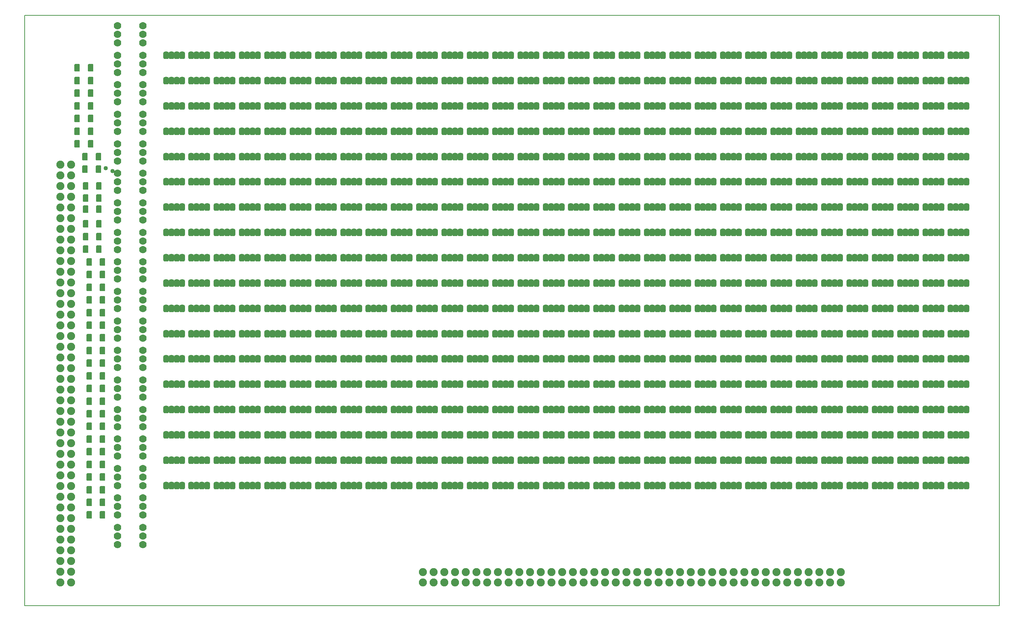
<source format=gbr>
G04 PROTEUS GERBER X2 FILE*
%TF.GenerationSoftware,Labcenter,Proteus,8.6-SP2-Build23525*%
%TF.CreationDate,2023-01-18T21:31:38+00:00*%
%TF.FileFunction,Soldermask,Bot*%
%TF.FilePolarity,Negative*%
%TF.Part,Single*%
%FSLAX45Y45*%
%MOMM*%
G01*
%TA.AperFunction,Material*%
%ADD71C,1.016000*%
%AMPPAD012*
4,1,36,
-0.228600,0.889000,
0.228600,0.889000,
0.316890,0.880410,
0.398530,0.855690,
0.471960,0.816420,
0.535580,0.764180,
0.587820,0.700560,
0.627090,0.627130,
0.651810,0.545490,
0.660400,0.457200,
0.660400,-0.457200,
0.651810,-0.545490,
0.627090,-0.627130,
0.587820,-0.700560,
0.535580,-0.764180,
0.471960,-0.816420,
0.398530,-0.855690,
0.316890,-0.880410,
0.228600,-0.889000,
-0.228600,-0.889000,
-0.316890,-0.880410,
-0.398530,-0.855690,
-0.471960,-0.816420,
-0.535580,-0.764180,
-0.587820,-0.700560,
-0.627090,-0.627130,
-0.651810,-0.545490,
-0.660400,-0.457200,
-0.660400,0.457200,
-0.651810,0.545490,
-0.627090,0.627130,
-0.587820,0.700560,
-0.535580,0.764180,
-0.471960,0.816420,
-0.398530,0.855690,
-0.316890,0.880410,
-0.228600,0.889000,
0*%
%TA.AperFunction,Material*%
%ADD20PPAD012*%
%TA.AperFunction,Material*%
%ADD21C,1.905000*%
%TA.AperFunction,Material*%
%ADD22C,1.778000*%
%AMPPAD015*
4,1,36,
-0.508000,-0.889000,
0.508000,-0.889000,
0.533970,-0.886470,
0.557980,-0.879200,
0.579580,-0.867650,
0.598290,-0.852290,
0.613650,-0.833570,
0.625200,-0.811980,
0.632470,-0.787970,
0.635000,-0.762000,
0.635000,0.762000,
0.632470,0.787970,
0.625200,0.811980,
0.613650,0.833570,
0.598290,0.852290,
0.579580,0.867650,
0.557980,0.879200,
0.533970,0.886470,
0.508000,0.889000,
-0.508000,0.889000,
-0.533970,0.886470,
-0.557980,0.879200,
-0.579580,0.867650,
-0.598290,0.852290,
-0.613650,0.833570,
-0.625200,0.811980,
-0.632470,0.787970,
-0.635000,0.762000,
-0.635000,-0.762000,
-0.632470,-0.787970,
-0.625200,-0.811980,
-0.613650,-0.833570,
-0.598290,-0.852290,
-0.579580,-0.867650,
-0.557980,-0.879200,
-0.533970,-0.886470,
-0.508000,-0.889000,
0*%
%TA.AperFunction,Material*%
%ADD23PPAD015*%
%TA.AperFunction,Profile*%
%ADD16C,0.203200*%
%TD.AperFunction*%
D71*
X-9182923Y+3172982D03*
X-9022977Y+3107023D03*
D20*
X-7755252Y+5850000D03*
X-7628252Y+5850000D03*
X-7501252Y+5850000D03*
X-7374252Y+5850000D03*
X-7155252Y+5850000D03*
X-7028252Y+5850000D03*
X-6901252Y+5850000D03*
X-6774252Y+5850000D03*
X-6555252Y+5850000D03*
X-6428252Y+5850000D03*
X-6301252Y+5850000D03*
X-6174252Y+5850000D03*
X-5955252Y+5850000D03*
X-5828252Y+5850000D03*
X-5701252Y+5850000D03*
X-5574252Y+5850000D03*
X-5355252Y+5850000D03*
X-5228252Y+5850000D03*
X-5101252Y+5850000D03*
X-4974252Y+5850000D03*
X-4755252Y+5850000D03*
X-4628252Y+5850000D03*
X-4501252Y+5850000D03*
X-4374252Y+5850000D03*
X-4155252Y+5850000D03*
X-4028252Y+5850000D03*
X-3901252Y+5850000D03*
X-3774252Y+5850000D03*
X-3555252Y+5850000D03*
X-3428252Y+5850000D03*
X-3301252Y+5850000D03*
X-3174252Y+5850000D03*
X-2955252Y+5850000D03*
X-2828252Y+5850000D03*
X-2701252Y+5850000D03*
X-2574252Y+5850000D03*
X-2355252Y+5850000D03*
X-2228252Y+5850000D03*
X-2101252Y+5850000D03*
X-1974252Y+5850000D03*
X-1755252Y+5850000D03*
X-1628252Y+5850000D03*
X-1501252Y+5850000D03*
X-1374252Y+5850000D03*
X-1155252Y+5850000D03*
X-1028252Y+5850000D03*
X-901252Y+5850000D03*
X-774252Y+5850000D03*
X-555252Y+5850000D03*
X-428252Y+5850000D03*
X-301252Y+5850000D03*
X-174252Y+5850000D03*
X+44748Y+5850000D03*
X+171748Y+5850000D03*
X+298748Y+5850000D03*
X+425748Y+5850000D03*
X+644748Y+5850000D03*
X+771748Y+5850000D03*
X+898748Y+5850000D03*
X+1025748Y+5850000D03*
X+1244748Y+5850000D03*
X+1371748Y+5850000D03*
X+1498748Y+5850000D03*
X+1625748Y+5850000D03*
X+1844748Y+5850000D03*
X+1971748Y+5850000D03*
X+2098748Y+5850000D03*
X+2225748Y+5850000D03*
X+2444748Y+5850000D03*
X+2571748Y+5850000D03*
X+2698748Y+5850000D03*
X+2825748Y+5850000D03*
X+3044748Y+5850000D03*
X+3171748Y+5850000D03*
X+3298748Y+5850000D03*
X+3425748Y+5850000D03*
X+3644748Y+5850000D03*
X+3771748Y+5850000D03*
X+3898748Y+5850000D03*
X+4025748Y+5850000D03*
X+4244748Y+5850000D03*
X+4371748Y+5850000D03*
X+4498748Y+5850000D03*
X+4625748Y+5850000D03*
X+4844748Y+5850000D03*
X+4971748Y+5850000D03*
X+5098748Y+5850000D03*
X+5225748Y+5850000D03*
X+5444748Y+5850000D03*
X+5571748Y+5850000D03*
X+5698748Y+5850000D03*
X+5825748Y+5850000D03*
X+6044748Y+5850000D03*
X+6171748Y+5850000D03*
X+6298748Y+5850000D03*
X+6425748Y+5850000D03*
X+6644748Y+5850000D03*
X+6771748Y+5850000D03*
X+6898748Y+5850000D03*
X+7025748Y+5850000D03*
X+7244748Y+5850000D03*
X+7371748Y+5850000D03*
X+7498748Y+5850000D03*
X+7625748Y+5850000D03*
X+7844748Y+5850000D03*
X+7971748Y+5850000D03*
X+8098748Y+5850000D03*
X+8225748Y+5850000D03*
X+8444748Y+5850000D03*
X+8571748Y+5850000D03*
X+8698748Y+5850000D03*
X+8825748Y+5850000D03*
X+9044748Y+5850000D03*
X+9171748Y+5850000D03*
X+9298748Y+5850000D03*
X+9425748Y+5850000D03*
X+9644748Y+5850000D03*
X+9771748Y+5850000D03*
X+9898748Y+5850000D03*
X+10025748Y+5850000D03*
X+10244748Y+5850000D03*
X+10371748Y+5850000D03*
X+10498748Y+5850000D03*
X+10625748Y+5850000D03*
X+10844748Y+5850000D03*
X+10971748Y+5850000D03*
X+11098748Y+5850000D03*
X+11225748Y+5850000D03*
X-7755252Y+5250000D03*
X-7628252Y+5250000D03*
X-7501252Y+5250000D03*
X-7374252Y+5250000D03*
X-7155252Y+5250000D03*
X-7028252Y+5250000D03*
X-6901252Y+5250000D03*
X-6774252Y+5250000D03*
X-6555252Y+5250000D03*
X-6428252Y+5250000D03*
X-6301252Y+5250000D03*
X-6174252Y+5250000D03*
X-5955252Y+5250000D03*
X-5828252Y+5250000D03*
X-5701252Y+5250000D03*
X-5574252Y+5250000D03*
X-5355252Y+5250000D03*
X-5228252Y+5250000D03*
X-5101252Y+5250000D03*
X-4974252Y+5250000D03*
X-4755252Y+5250000D03*
X-4628252Y+5250000D03*
X-4501252Y+5250000D03*
X-4374252Y+5250000D03*
X-4155252Y+5250000D03*
X-4028252Y+5250000D03*
X-3901252Y+5250000D03*
X-3774252Y+5250000D03*
X-3555252Y+5250000D03*
X-3428252Y+5250000D03*
X-3301252Y+5250000D03*
X-3174252Y+5250000D03*
X-2955252Y+5250000D03*
X-2828252Y+5250000D03*
X-2701252Y+5250000D03*
X-2574252Y+5250000D03*
X-2355252Y+5250000D03*
X-2228252Y+5250000D03*
X-2101252Y+5250000D03*
X-1974252Y+5250000D03*
X-1755252Y+5250000D03*
X-1628252Y+5250000D03*
X-1501252Y+5250000D03*
X-1374252Y+5250000D03*
X-1155252Y+5250000D03*
X-1028252Y+5250000D03*
X-901252Y+5250000D03*
X-774252Y+5250000D03*
X-555252Y+5250000D03*
X-428252Y+5250000D03*
X-301252Y+5250000D03*
X-174252Y+5250000D03*
X+44748Y+5250000D03*
X+171748Y+5250000D03*
X+298748Y+5250000D03*
X+425748Y+5250000D03*
X+644748Y+5250000D03*
X+771748Y+5250000D03*
X+898748Y+5250000D03*
X+1025748Y+5250000D03*
X+1244748Y+5250000D03*
X+1371748Y+5250000D03*
X+1498748Y+5250000D03*
X+1625748Y+5250000D03*
X+1844748Y+5250000D03*
X+1971748Y+5250000D03*
X+2098748Y+5250000D03*
X+2225748Y+5250000D03*
X+2444748Y+5250000D03*
X+2571748Y+5250000D03*
X+2698748Y+5250000D03*
X+2825748Y+5250000D03*
X+3044748Y+5250000D03*
X+3171748Y+5250000D03*
X+3298748Y+5250000D03*
X+3425748Y+5250000D03*
X+3644748Y+5250000D03*
X+3771748Y+5250000D03*
X+3898748Y+5250000D03*
X+4025748Y+5250000D03*
X+4244748Y+5250000D03*
X+4371748Y+5250000D03*
X+4498748Y+5250000D03*
X+4625748Y+5250000D03*
X+4844748Y+5250000D03*
X+4971748Y+5250000D03*
X+5098748Y+5250000D03*
X+5225748Y+5250000D03*
X+5444748Y+5250000D03*
X+5571748Y+5250000D03*
X+5698748Y+5250000D03*
X+5825748Y+5250000D03*
X+6044748Y+5250000D03*
X+6171748Y+5250000D03*
X+6298748Y+5250000D03*
X+6425748Y+5250000D03*
X+6644748Y+5250000D03*
X+6771748Y+5250000D03*
X+6898748Y+5250000D03*
X+7025748Y+5250000D03*
X+7244748Y+5250000D03*
X+7371748Y+5250000D03*
X+7498748Y+5250000D03*
X+7625748Y+5250000D03*
X+7844748Y+5250000D03*
X+7971748Y+5250000D03*
X+8098748Y+5250000D03*
X+8225748Y+5250000D03*
X+8444748Y+5250000D03*
X+8571748Y+5250000D03*
X+8698748Y+5250000D03*
X+8825748Y+5250000D03*
X+9044748Y+5250000D03*
X+9171748Y+5250000D03*
X+9298748Y+5250000D03*
X+9425748Y+5250000D03*
X+9644748Y+5250000D03*
X+9771748Y+5250000D03*
X+9898748Y+5250000D03*
X+10025748Y+5250000D03*
X+10244748Y+5250000D03*
X+10371748Y+5250000D03*
X+10498748Y+5250000D03*
X+10625748Y+5250000D03*
X+10844748Y+5250000D03*
X+10971748Y+5250000D03*
X+11098748Y+5250000D03*
X+11225748Y+5250000D03*
X-7755252Y+4650000D03*
X-7628252Y+4650000D03*
X-7501252Y+4650000D03*
X-7374252Y+4650000D03*
X-7155252Y+4650000D03*
X-7028252Y+4650000D03*
X-6901252Y+4650000D03*
X-6774252Y+4650000D03*
X-6555252Y+4650000D03*
X-6428252Y+4650000D03*
X-6301252Y+4650000D03*
X-6174252Y+4650000D03*
X-5955252Y+4650000D03*
X-5828252Y+4650000D03*
X-5701252Y+4650000D03*
X-5574252Y+4650000D03*
X-5355252Y+4650000D03*
X-5228252Y+4650000D03*
X-5101252Y+4650000D03*
X-4974252Y+4650000D03*
X-4755252Y+4650000D03*
X-4628252Y+4650000D03*
X-4501252Y+4650000D03*
X-4374252Y+4650000D03*
X-4155252Y+4650000D03*
X-4028252Y+4650000D03*
X-3901252Y+4650000D03*
X-3774252Y+4650000D03*
X-3555252Y+4650000D03*
X-3428252Y+4650000D03*
X-3301252Y+4650000D03*
X-3174252Y+4650000D03*
X-2955252Y+4650000D03*
X-2828252Y+4650000D03*
X-2701252Y+4650000D03*
X-2574252Y+4650000D03*
X-2355252Y+4650000D03*
X-2228252Y+4650000D03*
X-2101252Y+4650000D03*
X-1974252Y+4650000D03*
X-1755252Y+4650000D03*
X-1628252Y+4650000D03*
X-1501252Y+4650000D03*
X-1374252Y+4650000D03*
X-1155252Y+4650000D03*
X-1028252Y+4650000D03*
X-901252Y+4650000D03*
X-774252Y+4650000D03*
X-555252Y+4650000D03*
X-428252Y+4650000D03*
X-301252Y+4650000D03*
X-174252Y+4650000D03*
X+44748Y+4650000D03*
X+171748Y+4650000D03*
X+298748Y+4650000D03*
X+425748Y+4650000D03*
X+644748Y+4650000D03*
X+771748Y+4650000D03*
X+898748Y+4650000D03*
X+1025748Y+4650000D03*
X+1244748Y+4650000D03*
X+1371748Y+4650000D03*
X+1498748Y+4650000D03*
X+1625748Y+4650000D03*
X+1844748Y+4650000D03*
X+1971748Y+4650000D03*
X+2098748Y+4650000D03*
X+2225748Y+4650000D03*
X+2444748Y+4650000D03*
X+2571748Y+4650000D03*
X+2698748Y+4650000D03*
X+2825748Y+4650000D03*
X+3044748Y+4650000D03*
X+3171748Y+4650000D03*
X+3298748Y+4650000D03*
X+3425748Y+4650000D03*
X+3644748Y+4650000D03*
X+3771748Y+4650000D03*
X+3898748Y+4650000D03*
X+4025748Y+4650000D03*
X+4244748Y+4650000D03*
X+4371748Y+4650000D03*
X+4498748Y+4650000D03*
X+4625748Y+4650000D03*
X+4844748Y+4650000D03*
X+4971748Y+4650000D03*
X+5098748Y+4650000D03*
X+5225748Y+4650000D03*
X+5444748Y+4650000D03*
X+5571748Y+4650000D03*
X+5698748Y+4650000D03*
X+5825748Y+4650000D03*
X+6044748Y+4650000D03*
X+6171748Y+4650000D03*
X+6298748Y+4650000D03*
X+6425748Y+4650000D03*
X+6644748Y+4650000D03*
X+6771748Y+4650000D03*
X+6898748Y+4650000D03*
X+7025748Y+4650000D03*
X+7244748Y+4650000D03*
X+7371748Y+4650000D03*
X+7498748Y+4650000D03*
X+7625748Y+4650000D03*
X+7844748Y+4650000D03*
X+7971748Y+4650000D03*
X+8098748Y+4650000D03*
X+8225748Y+4650000D03*
X+8444748Y+4650000D03*
X+8571748Y+4650000D03*
X+8698748Y+4650000D03*
X+8825748Y+4650000D03*
X+9044748Y+4650000D03*
X+9171748Y+4650000D03*
X+9298748Y+4650000D03*
X+9425748Y+4650000D03*
X+9644748Y+4650000D03*
X+9771748Y+4650000D03*
X+9898748Y+4650000D03*
X+10025748Y+4650000D03*
X+10244748Y+4650000D03*
X+10371748Y+4650000D03*
X+10498748Y+4650000D03*
X+10625748Y+4650000D03*
X+10844748Y+4650000D03*
X+10971748Y+4650000D03*
X+11098748Y+4650000D03*
X+11225748Y+4650000D03*
X-7755252Y+4050000D03*
X-7628252Y+4050000D03*
X-7501252Y+4050000D03*
X-7374252Y+4050000D03*
X-7155252Y+4050000D03*
X-7028252Y+4050000D03*
X-6901252Y+4050000D03*
X-6774252Y+4050000D03*
X-6555252Y+4050000D03*
X-6428252Y+4050000D03*
X-6301252Y+4050000D03*
X-6174252Y+4050000D03*
X-5955252Y+4050000D03*
X-5828252Y+4050000D03*
X-5701252Y+4050000D03*
X-5574252Y+4050000D03*
X-5355252Y+4050000D03*
X-5228252Y+4050000D03*
X-5101252Y+4050000D03*
X-4974252Y+4050000D03*
X-4755252Y+4050000D03*
X-4628252Y+4050000D03*
X-4501252Y+4050000D03*
X-4374252Y+4050000D03*
X-4155252Y+4050000D03*
X-4028252Y+4050000D03*
X-3901252Y+4050000D03*
X-3774252Y+4050000D03*
X-3555252Y+4050000D03*
X-3428252Y+4050000D03*
X-3301252Y+4050000D03*
X-3174252Y+4050000D03*
X-2955252Y+4050000D03*
X-2828252Y+4050000D03*
X-2701252Y+4050000D03*
X-2574252Y+4050000D03*
X-2355252Y+4050000D03*
X-2228252Y+4050000D03*
X-2101252Y+4050000D03*
X-1974252Y+4050000D03*
X-1755252Y+4050000D03*
X-1628252Y+4050000D03*
X-1501252Y+4050000D03*
X-1374252Y+4050000D03*
X-1155252Y+4050000D03*
X-1028252Y+4050000D03*
X-901252Y+4050000D03*
X-774252Y+4050000D03*
X-555252Y+4050000D03*
X-428252Y+4050000D03*
X-301252Y+4050000D03*
X-174252Y+4050000D03*
X+44748Y+4050000D03*
X+171748Y+4050000D03*
X+298748Y+4050000D03*
X+425748Y+4050000D03*
X+644748Y+4050000D03*
X+771748Y+4050000D03*
X+898748Y+4050000D03*
X+1025748Y+4050000D03*
X+1244748Y+4050000D03*
X+1371748Y+4050000D03*
X+1498748Y+4050000D03*
X+1625748Y+4050000D03*
X+1844748Y+4050000D03*
X+1971748Y+4050000D03*
X+2098748Y+4050000D03*
X+2225748Y+4050000D03*
X+2444748Y+4050000D03*
X+2571748Y+4050000D03*
X+2698748Y+4050000D03*
X+2825748Y+4050000D03*
X+3044748Y+4050000D03*
X+3171748Y+4050000D03*
X+3298748Y+4050000D03*
X+3425748Y+4050000D03*
X+3644748Y+4050000D03*
X+3771748Y+4050000D03*
X+3898748Y+4050000D03*
X+4025748Y+4050000D03*
X+4244748Y+4050000D03*
X+4371748Y+4050000D03*
X+4498748Y+4050000D03*
X+4625748Y+4050000D03*
X+4844748Y+4050000D03*
X+4971748Y+4050000D03*
X+5098748Y+4050000D03*
X+5225748Y+4050000D03*
X+5444748Y+4050000D03*
X+5571748Y+4050000D03*
X+5698748Y+4050000D03*
X+5825748Y+4050000D03*
X+6044748Y+4050000D03*
X+6171748Y+4050000D03*
X+6298748Y+4050000D03*
X+6425748Y+4050000D03*
X+6644748Y+4050000D03*
X+6771748Y+4050000D03*
X+6898748Y+4050000D03*
X+7025748Y+4050000D03*
X+7244748Y+4050000D03*
X+7371748Y+4050000D03*
X+7498748Y+4050000D03*
X+7625748Y+4050000D03*
X+7844748Y+4050000D03*
X+7971748Y+4050000D03*
X+8098748Y+4050000D03*
X+8225748Y+4050000D03*
X+8444748Y+4050000D03*
X+8571748Y+4050000D03*
X+8698748Y+4050000D03*
X+8825748Y+4050000D03*
X+9044748Y+4050000D03*
X+9171748Y+4050000D03*
X+9298748Y+4050000D03*
X+9425748Y+4050000D03*
X+9644748Y+4050000D03*
X+9771748Y+4050000D03*
X+9898748Y+4050000D03*
X+10025748Y+4050000D03*
X+10244748Y+4050000D03*
X+10371748Y+4050000D03*
X+10498748Y+4050000D03*
X+10625748Y+4050000D03*
X+10844748Y+4050000D03*
X+10971748Y+4050000D03*
X+11098748Y+4050000D03*
X+11225748Y+4050000D03*
X-7755252Y+3450000D03*
X-7628252Y+3450000D03*
X-7501252Y+3450000D03*
X-7374252Y+3450000D03*
X-7155252Y+3450000D03*
X-7028252Y+3450000D03*
X-6901252Y+3450000D03*
X-6774252Y+3450000D03*
X-6555252Y+3450000D03*
X-6428252Y+3450000D03*
X-6301252Y+3450000D03*
X-6174252Y+3450000D03*
X-5955252Y+3450000D03*
X-5828252Y+3450000D03*
X-5701252Y+3450000D03*
X-5574252Y+3450000D03*
X-5355252Y+3450000D03*
X-5228252Y+3450000D03*
X-5101252Y+3450000D03*
X-4974252Y+3450000D03*
X-4755252Y+3450000D03*
X-4628252Y+3450000D03*
X-4501252Y+3450000D03*
X-4374252Y+3450000D03*
X-4155252Y+3450000D03*
X-4028252Y+3450000D03*
X-3901252Y+3450000D03*
X-3774252Y+3450000D03*
X-3555252Y+3450000D03*
X-3428252Y+3450000D03*
X-3301252Y+3450000D03*
X-3174252Y+3450000D03*
X-2955252Y+3450000D03*
X-2828252Y+3450000D03*
X-2701252Y+3450000D03*
X-2574252Y+3450000D03*
X-2355252Y+3450000D03*
X-2228252Y+3450000D03*
X-2101252Y+3450000D03*
X-1974252Y+3450000D03*
X-1755252Y+3450000D03*
X-1628252Y+3450000D03*
X-1501252Y+3450000D03*
X-1374252Y+3450000D03*
X-1155252Y+3450000D03*
X-1028252Y+3450000D03*
X-901252Y+3450000D03*
X-774252Y+3450000D03*
X-555252Y+3450000D03*
X-428252Y+3450000D03*
X-301252Y+3450000D03*
X-174252Y+3450000D03*
X+44748Y+3450000D03*
X+171748Y+3450000D03*
X+298748Y+3450000D03*
X+425748Y+3450000D03*
X+644748Y+3450000D03*
X+771748Y+3450000D03*
X+898748Y+3450000D03*
X+1025748Y+3450000D03*
X+1244748Y+3450000D03*
X+1371748Y+3450000D03*
X+1498748Y+3450000D03*
X+1625748Y+3450000D03*
X+1844748Y+3450000D03*
X+1971748Y+3450000D03*
X+2098748Y+3450000D03*
X+2225748Y+3450000D03*
X+2444748Y+3450000D03*
X+2571748Y+3450000D03*
X+2698748Y+3450000D03*
X+2825748Y+3450000D03*
X+3044748Y+3450000D03*
X+3171748Y+3450000D03*
X+3298748Y+3450000D03*
X+3425748Y+3450000D03*
X+3644748Y+3450000D03*
X+3771748Y+3450000D03*
X+3898748Y+3450000D03*
X+4025748Y+3450000D03*
X+4244748Y+3450000D03*
X+4371748Y+3450000D03*
X+4498748Y+3450000D03*
X+4625748Y+3450000D03*
X+4844748Y+3450000D03*
X+4971748Y+3450000D03*
X+5098748Y+3450000D03*
X+5225748Y+3450000D03*
X+5444748Y+3450000D03*
X+5571748Y+3450000D03*
X+5698748Y+3450000D03*
X+5825748Y+3450000D03*
X+6044748Y+3450000D03*
X+6171748Y+3450000D03*
X+6298748Y+3450000D03*
X+6425748Y+3450000D03*
X+6644748Y+3450000D03*
X+6771748Y+3450000D03*
X+6898748Y+3450000D03*
X+7025748Y+3450000D03*
X+7244748Y+3450000D03*
X+7371748Y+3450000D03*
X+7498748Y+3450000D03*
X+7625748Y+3450000D03*
X+7844748Y+3450000D03*
X+7971748Y+3450000D03*
X+8098748Y+3450000D03*
X+8225748Y+3450000D03*
X+8444748Y+3450000D03*
X+8571748Y+3450000D03*
X+8698748Y+3450000D03*
X+8825748Y+3450000D03*
X+9044748Y+3450000D03*
X+9171748Y+3450000D03*
X+9298748Y+3450000D03*
X+9425748Y+3450000D03*
X+9644748Y+3450000D03*
X+9771748Y+3450000D03*
X+9898748Y+3450000D03*
X+10025748Y+3450000D03*
X+10244748Y+3450000D03*
X+10371748Y+3450000D03*
X+10498748Y+3450000D03*
X+10625748Y+3450000D03*
X+10844748Y+3450000D03*
X+10971748Y+3450000D03*
X+11098748Y+3450000D03*
X+11225748Y+3450000D03*
X-7755252Y+2850000D03*
X-7628252Y+2850000D03*
X-7501252Y+2850000D03*
X-7374252Y+2850000D03*
X-7155252Y+2850000D03*
X-7028252Y+2850000D03*
X-6901252Y+2850000D03*
X-6774252Y+2850000D03*
X-6555252Y+2850000D03*
X-6428252Y+2850000D03*
X-6301252Y+2850000D03*
X-6174252Y+2850000D03*
X-5955252Y+2850000D03*
X-5828252Y+2850000D03*
X-5701252Y+2850000D03*
X-5574252Y+2850000D03*
X-5355252Y+2850000D03*
X-5228252Y+2850000D03*
X-5101252Y+2850000D03*
X-4974252Y+2850000D03*
X-4755252Y+2850000D03*
X-4628252Y+2850000D03*
X-4501252Y+2850000D03*
X-4374252Y+2850000D03*
X-4155252Y+2850000D03*
X-4028252Y+2850000D03*
X-3901252Y+2850000D03*
X-3774252Y+2850000D03*
X-3555252Y+2850000D03*
X-3428252Y+2850000D03*
X-3301252Y+2850000D03*
X-3174252Y+2850000D03*
X-2955252Y+2850000D03*
X-2828252Y+2850000D03*
X-2701252Y+2850000D03*
X-2574252Y+2850000D03*
X-2355252Y+2850000D03*
X-2228252Y+2850000D03*
X-2101252Y+2850000D03*
X-1974252Y+2850000D03*
X-1755252Y+2850000D03*
X-1628252Y+2850000D03*
X-1501252Y+2850000D03*
X-1374252Y+2850000D03*
X-1155252Y+2850000D03*
X-1028252Y+2850000D03*
X-901252Y+2850000D03*
X-774252Y+2850000D03*
X-555252Y+2850000D03*
X-428252Y+2850000D03*
X-301252Y+2850000D03*
X-174252Y+2850000D03*
X+44748Y+2850000D03*
X+171748Y+2850000D03*
X+298748Y+2850000D03*
X+425748Y+2850000D03*
X+644748Y+2850000D03*
X+771748Y+2850000D03*
X+898748Y+2850000D03*
X+1025748Y+2850000D03*
X+1244748Y+2850000D03*
X+1371748Y+2850000D03*
X+1498748Y+2850000D03*
X+1625748Y+2850000D03*
X+1844748Y+2850000D03*
X+1971748Y+2850000D03*
X+2098748Y+2850000D03*
X+2225748Y+2850000D03*
X+2444748Y+2850000D03*
X+2571748Y+2850000D03*
X+2698748Y+2850000D03*
X+2825748Y+2850000D03*
X+3044748Y+2850000D03*
X+3171748Y+2850000D03*
X+3298748Y+2850000D03*
X+3425748Y+2850000D03*
X+3644748Y+2850000D03*
X+3771748Y+2850000D03*
X+3898748Y+2850000D03*
X+4025748Y+2850000D03*
X+4244748Y+2850000D03*
X+4371748Y+2850000D03*
X+4498748Y+2850000D03*
X+4625748Y+2850000D03*
X+4844748Y+2850000D03*
X+4971748Y+2850000D03*
X+5098748Y+2850000D03*
X+5225748Y+2850000D03*
X+5444748Y+2850000D03*
X+5571748Y+2850000D03*
X+5698748Y+2850000D03*
X+5825748Y+2850000D03*
X+6044748Y+2850000D03*
X+6171748Y+2850000D03*
X+6298748Y+2850000D03*
X+6425748Y+2850000D03*
X+6644748Y+2850000D03*
X+6771748Y+2850000D03*
X+6898748Y+2850000D03*
X+7025748Y+2850000D03*
X+7244748Y+2850000D03*
X+7371748Y+2850000D03*
X+7498748Y+2850000D03*
X+7625748Y+2850000D03*
X+7844748Y+2850000D03*
X+7971748Y+2850000D03*
X+8098748Y+2850000D03*
X+8225748Y+2850000D03*
X+8444748Y+2850000D03*
X+8571748Y+2850000D03*
X+8698748Y+2850000D03*
X+8825748Y+2850000D03*
X+9044748Y+2850000D03*
X+9171748Y+2850000D03*
X+9298748Y+2850000D03*
X+9425748Y+2850000D03*
X+9644748Y+2850000D03*
X+9771748Y+2850000D03*
X+9898748Y+2850000D03*
X+10025748Y+2850000D03*
X+10244748Y+2850000D03*
X+10371748Y+2850000D03*
X+10498748Y+2850000D03*
X+10625748Y+2850000D03*
X+10844748Y+2850000D03*
X+10971748Y+2850000D03*
X+11098748Y+2850000D03*
X+11225748Y+2850000D03*
X-7755252Y+2250000D03*
X-7628252Y+2250000D03*
X-7501252Y+2250000D03*
X-7374252Y+2250000D03*
X-7155252Y+2250000D03*
X-7028252Y+2250000D03*
X-6901252Y+2250000D03*
X-6774252Y+2250000D03*
X-6555252Y+2250000D03*
X-6428252Y+2250000D03*
X-6301252Y+2250000D03*
X-6174252Y+2250000D03*
X-5955252Y+2250000D03*
X-5828252Y+2250000D03*
X-5701252Y+2250000D03*
X-5574252Y+2250000D03*
X-5355252Y+2250000D03*
X-5228252Y+2250000D03*
X-5101252Y+2250000D03*
X-4974252Y+2250000D03*
X-4755252Y+2250000D03*
X-4628252Y+2250000D03*
X-4501252Y+2250000D03*
X-4374252Y+2250000D03*
X-4155252Y+2250000D03*
X-4028252Y+2250000D03*
X-3901252Y+2250000D03*
X-3774252Y+2250000D03*
X-3555252Y+2250000D03*
X-3428252Y+2250000D03*
X-3301252Y+2250000D03*
X-3174252Y+2250000D03*
X-2955252Y+2250000D03*
X-2828252Y+2250000D03*
X-2701252Y+2250000D03*
X-2574252Y+2250000D03*
X-2355252Y+2250000D03*
X-2228252Y+2250000D03*
X-2101252Y+2250000D03*
X-1974252Y+2250000D03*
X-1755252Y+2250000D03*
X-1628252Y+2250000D03*
X-1501252Y+2250000D03*
X-1374252Y+2250000D03*
X-1155252Y+2250000D03*
X-1028252Y+2250000D03*
X-901252Y+2250000D03*
X-774252Y+2250000D03*
X-555252Y+2250000D03*
X-428252Y+2250000D03*
X-301252Y+2250000D03*
X-174252Y+2250000D03*
X+44748Y+2250000D03*
X+171748Y+2250000D03*
X+298748Y+2250000D03*
X+425748Y+2250000D03*
X+644748Y+2250000D03*
X+771748Y+2250000D03*
X+898748Y+2250000D03*
X+1025748Y+2250000D03*
X+1244748Y+2250000D03*
X+1371748Y+2250000D03*
X+1498748Y+2250000D03*
X+1625748Y+2250000D03*
X+1844748Y+2250000D03*
X+1971748Y+2250000D03*
X+2098748Y+2250000D03*
X+2225748Y+2250000D03*
X+2444748Y+2250000D03*
X+2571748Y+2250000D03*
X+2698748Y+2250000D03*
X+2825748Y+2250000D03*
X+3044748Y+2250000D03*
X+3171748Y+2250000D03*
X+3298748Y+2250000D03*
X+3425748Y+2250000D03*
X+3644748Y+2250000D03*
X+3771748Y+2250000D03*
X+3898748Y+2250000D03*
X+4025748Y+2250000D03*
X+4244748Y+2250000D03*
X+4371748Y+2250000D03*
X+4498748Y+2250000D03*
X+4625748Y+2250000D03*
X+4844748Y+2250000D03*
X+4971748Y+2250000D03*
X+5098748Y+2250000D03*
X+5225748Y+2250000D03*
X+5444748Y+2250000D03*
X+5571748Y+2250000D03*
X+5698748Y+2250000D03*
X+5825748Y+2250000D03*
X+6044748Y+2250000D03*
X+6171748Y+2250000D03*
X+6298748Y+2250000D03*
X+6425748Y+2250000D03*
X+6644748Y+2250000D03*
X+6771748Y+2250000D03*
X+6898748Y+2250000D03*
X+7025748Y+2250000D03*
X+7244748Y+2250000D03*
X+7371748Y+2250000D03*
X+7498748Y+2250000D03*
X+7625748Y+2250000D03*
X+7844748Y+2250000D03*
X+7971748Y+2250000D03*
X+8098748Y+2250000D03*
X+8225748Y+2250000D03*
X+8444748Y+2250000D03*
X+8571748Y+2250000D03*
X+8698748Y+2250000D03*
X+8825748Y+2250000D03*
X+9044748Y+2250000D03*
X+9171748Y+2250000D03*
X+9298748Y+2250000D03*
X+9425748Y+2250000D03*
X+9644748Y+2250000D03*
X+9771748Y+2250000D03*
X+9898748Y+2250000D03*
X+10025748Y+2250000D03*
X+10244748Y+2250000D03*
X+10371748Y+2250000D03*
X+10498748Y+2250000D03*
X+10625748Y+2250000D03*
X+10844748Y+2250000D03*
X+10971748Y+2250000D03*
X+11098748Y+2250000D03*
X+11225748Y+2250000D03*
X-7755252Y+1650000D03*
X-7628252Y+1650000D03*
X-7501252Y+1650000D03*
X-7374252Y+1650000D03*
X-7155252Y+1650000D03*
X-7028252Y+1650000D03*
X-6901252Y+1650000D03*
X-6774252Y+1650000D03*
X-6555252Y+1650000D03*
X-6428252Y+1650000D03*
X-6301252Y+1650000D03*
X-6174252Y+1650000D03*
X-5955252Y+1650000D03*
X-5828252Y+1650000D03*
X-5701252Y+1650000D03*
X-5574252Y+1650000D03*
X-5355252Y+1650000D03*
X-5228252Y+1650000D03*
X-5101252Y+1650000D03*
X-4974252Y+1650000D03*
X-4755252Y+1650000D03*
X-4628252Y+1650000D03*
X-4501252Y+1650000D03*
X-4374252Y+1650000D03*
X-4155252Y+1650000D03*
X-4028252Y+1650000D03*
X-3901252Y+1650000D03*
X-3774252Y+1650000D03*
X-3555252Y+1650000D03*
X-3428252Y+1650000D03*
X-3301252Y+1650000D03*
X-3174252Y+1650000D03*
X-2955252Y+1650000D03*
X-2828252Y+1650000D03*
X-2701252Y+1650000D03*
X-2574252Y+1650000D03*
X-2355252Y+1650000D03*
X-2228252Y+1650000D03*
X-2101252Y+1650000D03*
X-1974252Y+1650000D03*
X-1755252Y+1650000D03*
X-1628252Y+1650000D03*
X-1501252Y+1650000D03*
X-1374252Y+1650000D03*
X-1155252Y+1650000D03*
X-1028252Y+1650000D03*
X-901252Y+1650000D03*
X-774252Y+1650000D03*
X-555252Y+1650000D03*
X-428252Y+1650000D03*
X-301252Y+1650000D03*
X-174252Y+1650000D03*
X+44748Y+1650000D03*
X+171748Y+1650000D03*
X+298748Y+1650000D03*
X+425748Y+1650000D03*
X+644748Y+1650000D03*
X+771748Y+1650000D03*
X+898748Y+1650000D03*
X+1025748Y+1650000D03*
X+1244748Y+1650000D03*
X+1371748Y+1650000D03*
X+1498748Y+1650000D03*
X+1625748Y+1650000D03*
X+1844748Y+1650000D03*
X+1971748Y+1650000D03*
X+2098748Y+1650000D03*
X+2225748Y+1650000D03*
X+2444748Y+1650000D03*
X+2571748Y+1650000D03*
X+2698748Y+1650000D03*
X+2825748Y+1650000D03*
X+3044748Y+1650000D03*
X+3171748Y+1650000D03*
X+3298748Y+1650000D03*
X+3425748Y+1650000D03*
X+3644748Y+1650000D03*
X+3771748Y+1650000D03*
X+3898748Y+1650000D03*
X+4025748Y+1650000D03*
X+4244748Y+1650000D03*
X+4371748Y+1650000D03*
X+4498748Y+1650000D03*
X+4625748Y+1650000D03*
X+4844748Y+1650000D03*
X+4971748Y+1650000D03*
X+5098748Y+1650000D03*
X+5225748Y+1650000D03*
X+5444748Y+1650000D03*
X+5571748Y+1650000D03*
X+5698748Y+1650000D03*
X+5825748Y+1650000D03*
X+6044748Y+1650000D03*
X+6171748Y+1650000D03*
X+6298748Y+1650000D03*
X+6425748Y+1650000D03*
X+6644748Y+1650000D03*
X+6771748Y+1650000D03*
X+6898748Y+1650000D03*
X+7025748Y+1650000D03*
X+7244748Y+1650000D03*
X+7371748Y+1650000D03*
X+7498748Y+1650000D03*
X+7625748Y+1650000D03*
X+7844748Y+1650000D03*
X+7971748Y+1650000D03*
X+8098748Y+1650000D03*
X+8225748Y+1650000D03*
X+8444748Y+1650000D03*
X+8571748Y+1650000D03*
X+8698748Y+1650000D03*
X+8825748Y+1650000D03*
X+9044748Y+1650000D03*
X+9171748Y+1650000D03*
X+9298748Y+1650000D03*
X+9425748Y+1650000D03*
X+9644748Y+1650000D03*
X+9771748Y+1650000D03*
X+9898748Y+1650000D03*
X+10025748Y+1650000D03*
X+10244748Y+1650000D03*
X+10371748Y+1650000D03*
X+10498748Y+1650000D03*
X+10625748Y+1650000D03*
X+10844748Y+1650000D03*
X+10971748Y+1650000D03*
X+11098748Y+1650000D03*
X+11225748Y+1650000D03*
X-7755252Y+1050000D03*
X-7628252Y+1050000D03*
X-7501252Y+1050000D03*
X-7374252Y+1050000D03*
X-7155252Y+1050000D03*
X-7028252Y+1050000D03*
X-6901252Y+1050000D03*
X-6774252Y+1050000D03*
X-6555252Y+1050000D03*
X-6428252Y+1050000D03*
X-6301252Y+1050000D03*
X-6174252Y+1050000D03*
X-5955252Y+1050000D03*
X-5828252Y+1050000D03*
X-5701252Y+1050000D03*
X-5574252Y+1050000D03*
X-5355252Y+1050000D03*
X-5228252Y+1050000D03*
X-5101252Y+1050000D03*
X-4974252Y+1050000D03*
X-4755252Y+1050000D03*
X-4628252Y+1050000D03*
X-4501252Y+1050000D03*
X-4374252Y+1050000D03*
X-4155252Y+1050000D03*
X-4028252Y+1050000D03*
X-3901252Y+1050000D03*
X-3774252Y+1050000D03*
X-3555252Y+1050000D03*
X-3428252Y+1050000D03*
X-3301252Y+1050000D03*
X-3174252Y+1050000D03*
X-2955252Y+1050000D03*
X-2828252Y+1050000D03*
X-2701252Y+1050000D03*
X-2574252Y+1050000D03*
X-2355252Y+1050000D03*
X-2228252Y+1050000D03*
X-2101252Y+1050000D03*
X-1974252Y+1050000D03*
X-1755252Y+1050000D03*
X-1628252Y+1050000D03*
X-1501252Y+1050000D03*
X-1374252Y+1050000D03*
X-1155252Y+1050000D03*
X-1028252Y+1050000D03*
X-901252Y+1050000D03*
X-774252Y+1050000D03*
X-555252Y+1050000D03*
X-428252Y+1050000D03*
X-301252Y+1050000D03*
X-174252Y+1050000D03*
X+44748Y+1050000D03*
X+171748Y+1050000D03*
X+298748Y+1050000D03*
X+425748Y+1050000D03*
X+644748Y+1050000D03*
X+771748Y+1050000D03*
X+898748Y+1050000D03*
X+1025748Y+1050000D03*
X+1244748Y+1050000D03*
X+1371748Y+1050000D03*
X+1498748Y+1050000D03*
X+1625748Y+1050000D03*
X+1844748Y+1050000D03*
X+1971748Y+1050000D03*
X+2098748Y+1050000D03*
X+2225748Y+1050000D03*
X+2444748Y+1050000D03*
X+2571748Y+1050000D03*
X+2698748Y+1050000D03*
X+2825748Y+1050000D03*
X+3044748Y+1050000D03*
X+3171748Y+1050000D03*
X+3298748Y+1050000D03*
X+3425748Y+1050000D03*
X+3644748Y+1050000D03*
X+3771748Y+1050000D03*
X+3898748Y+1050000D03*
X+4025748Y+1050000D03*
X+4244748Y+1050000D03*
X+4371748Y+1050000D03*
X+4498748Y+1050000D03*
X+4625748Y+1050000D03*
X+4844748Y+1050000D03*
X+4971748Y+1050000D03*
X+5098748Y+1050000D03*
X+5225748Y+1050000D03*
X+5444748Y+1050000D03*
X+5571748Y+1050000D03*
X+5698748Y+1050000D03*
X+5825748Y+1050000D03*
X+6044748Y+1050000D03*
X+6171748Y+1050000D03*
X+6298748Y+1050000D03*
X+6425748Y+1050000D03*
X+6644748Y+1050000D03*
X+6771748Y+1050000D03*
X+6898748Y+1050000D03*
X+7025748Y+1050000D03*
X+7244748Y+1050000D03*
X+7371748Y+1050000D03*
X+7498748Y+1050000D03*
X+7625748Y+1050000D03*
X+7844748Y+1050000D03*
X+7971748Y+1050000D03*
X+8098748Y+1050000D03*
X+8225748Y+1050000D03*
X+8444748Y+1050000D03*
X+8571748Y+1050000D03*
X+8698748Y+1050000D03*
X+8825748Y+1050000D03*
X+9044748Y+1050000D03*
X+9171748Y+1050000D03*
X+9298748Y+1050000D03*
X+9425748Y+1050000D03*
X+9644748Y+1050000D03*
X+9771748Y+1050000D03*
X+9898748Y+1050000D03*
X+10025748Y+1050000D03*
X+10244748Y+1050000D03*
X+10371748Y+1050000D03*
X+10498748Y+1050000D03*
X+10625748Y+1050000D03*
X+10844748Y+1050000D03*
X+10971748Y+1050000D03*
X+11098748Y+1050000D03*
X+11225748Y+1050000D03*
X-7755252Y+450000D03*
X-7628252Y+450000D03*
X-7501252Y+450000D03*
X-7374252Y+450000D03*
X-7155252Y+450000D03*
X-7028252Y+450000D03*
X-6901252Y+450000D03*
X-6774252Y+450000D03*
X-6555252Y+450000D03*
X-6428252Y+450000D03*
X-6301252Y+450000D03*
X-6174252Y+450000D03*
X-5955252Y+450000D03*
X-5828252Y+450000D03*
X-5701252Y+450000D03*
X-5574252Y+450000D03*
X-5355252Y+450000D03*
X-5228252Y+450000D03*
X-5101252Y+450000D03*
X-4974252Y+450000D03*
X-4755252Y+450000D03*
X-4628252Y+450000D03*
X-4501252Y+450000D03*
X-4374252Y+450000D03*
X-4155252Y+450000D03*
X-4028252Y+450000D03*
X-3901252Y+450000D03*
X-3774252Y+450000D03*
X-3555252Y+450000D03*
X-3428252Y+450000D03*
X-3301252Y+450000D03*
X-3174252Y+450000D03*
X-2955252Y+450000D03*
X-2828252Y+450000D03*
X-2701252Y+450000D03*
X-2574252Y+450000D03*
X-2355252Y+450000D03*
X-2228252Y+450000D03*
X-2101252Y+450000D03*
X-1974252Y+450000D03*
X-1755252Y+450000D03*
X-1628252Y+450000D03*
X-1501252Y+450000D03*
X-1374252Y+450000D03*
X-1155252Y+450000D03*
X-1028252Y+450000D03*
X-901252Y+450000D03*
X-774252Y+450000D03*
X-555252Y+450000D03*
X-428252Y+450000D03*
X-301252Y+450000D03*
X-174252Y+450000D03*
X+44748Y+450000D03*
X+171748Y+450000D03*
X+298748Y+450000D03*
X+425748Y+450000D03*
X+644748Y+450000D03*
X+771748Y+450000D03*
X+898748Y+450000D03*
X+1025748Y+450000D03*
X+1244748Y+450000D03*
X+1371748Y+450000D03*
X+1498748Y+450000D03*
X+1625748Y+450000D03*
X+1844748Y+450000D03*
X+1971748Y+450000D03*
X+2098748Y+450000D03*
X+2225748Y+450000D03*
X+2444748Y+450000D03*
X+2571748Y+450000D03*
X+2698748Y+450000D03*
X+2825748Y+450000D03*
X+3044748Y+450000D03*
X+3171748Y+450000D03*
X+3298748Y+450000D03*
X+3425748Y+450000D03*
X+3644748Y+450000D03*
X+3771748Y+450000D03*
X+3898748Y+450000D03*
X+4025748Y+450000D03*
X+4244748Y+450000D03*
X+4371748Y+450000D03*
X+4498748Y+450000D03*
X+4625748Y+450000D03*
X+4844748Y+450000D03*
X+4971748Y+450000D03*
X+5098748Y+450000D03*
X+5225748Y+450000D03*
X+5444748Y+450000D03*
X+5571748Y+450000D03*
X+5698748Y+450000D03*
X+5825748Y+450000D03*
X+6044748Y+450000D03*
X+6171748Y+450000D03*
X+6298748Y+450000D03*
X+6425748Y+450000D03*
X+6644748Y+450000D03*
X+6771748Y+450000D03*
X+6898748Y+450000D03*
X+7025748Y+450000D03*
X+7244748Y+450000D03*
X+7371748Y+450000D03*
X+7498748Y+450000D03*
X+7625748Y+450000D03*
X+7844748Y+450000D03*
X+7971748Y+450000D03*
X+8098748Y+450000D03*
X+8225748Y+450000D03*
X+8444748Y+450000D03*
X+8571748Y+450000D03*
X+8698748Y+450000D03*
X+8825748Y+450000D03*
X+9044748Y+450000D03*
X+9171748Y+450000D03*
X+9298748Y+450000D03*
X+9425748Y+450000D03*
X+9644748Y+450000D03*
X+9771748Y+450000D03*
X+9898748Y+450000D03*
X+10025748Y+450000D03*
X+10244748Y+450000D03*
X+10371748Y+450000D03*
X+10498748Y+450000D03*
X+10625748Y+450000D03*
X+10844748Y+450000D03*
X+10971748Y+450000D03*
X+11098748Y+450000D03*
X+11225748Y+450000D03*
X-7755252Y-150000D03*
X-7628252Y-150000D03*
X-7501252Y-150000D03*
X-7374252Y-150000D03*
X-7155252Y-150000D03*
X-7028252Y-150000D03*
X-6901252Y-150000D03*
X-6774252Y-150000D03*
X-6555252Y-150000D03*
X-6428252Y-150000D03*
X-6301252Y-150000D03*
X-6174252Y-150000D03*
X-5955252Y-150000D03*
X-5828252Y-150000D03*
X-5701252Y-150000D03*
X-5574252Y-150000D03*
X-5355252Y-150000D03*
X-5228252Y-150000D03*
X-5101252Y-150000D03*
X-4974252Y-150000D03*
X-4755252Y-150000D03*
X-4628252Y-150000D03*
X-4501252Y-150000D03*
X-4374252Y-150000D03*
X-4155252Y-150000D03*
X-4028252Y-150000D03*
X-3901252Y-150000D03*
X-3774252Y-150000D03*
X-3555252Y-150000D03*
X-3428252Y-150000D03*
X-3301252Y-150000D03*
X-3174252Y-150000D03*
X-2955252Y-150000D03*
X-2828252Y-150000D03*
X-2701252Y-150000D03*
X-2574252Y-150000D03*
X-2355252Y-150000D03*
X-2228252Y-150000D03*
X-2101252Y-150000D03*
X-1974252Y-150000D03*
X-1755252Y-150000D03*
X-1628252Y-150000D03*
X-1501252Y-150000D03*
X-1374252Y-150000D03*
X-1155252Y-150000D03*
X-1028252Y-150000D03*
X-901252Y-150000D03*
X-774252Y-150000D03*
X-555252Y-150000D03*
X-428252Y-150000D03*
X-301252Y-150000D03*
X-174252Y-150000D03*
X+44748Y-150000D03*
X+171748Y-150000D03*
X+298748Y-150000D03*
X+425748Y-150000D03*
X+644748Y-150000D03*
X+771748Y-150000D03*
X+898748Y-150000D03*
X+1025748Y-150000D03*
X+1244748Y-150000D03*
X+1371748Y-150000D03*
X+1498748Y-150000D03*
X+1625748Y-150000D03*
X+1844748Y-150000D03*
X+1971748Y-150000D03*
X+2098748Y-150000D03*
X+2225748Y-150000D03*
X+2444748Y-150000D03*
X+2571748Y-150000D03*
X+2698748Y-150000D03*
X+2825748Y-150000D03*
X+3044748Y-150000D03*
X+3171748Y-150000D03*
X+3298748Y-150000D03*
X+3425748Y-150000D03*
X+3644748Y-150000D03*
X+3771748Y-150000D03*
X+3898748Y-150000D03*
X+4025748Y-150000D03*
X+4244748Y-150000D03*
X+4371748Y-150000D03*
X+4498748Y-150000D03*
X+4625748Y-150000D03*
X+4844748Y-150000D03*
X+4971748Y-150000D03*
X+5098748Y-150000D03*
X+5225748Y-150000D03*
X+5444748Y-150000D03*
X+5571748Y-150000D03*
X+5698748Y-150000D03*
X+5825748Y-150000D03*
X+6044748Y-150000D03*
X+6171748Y-150000D03*
X+6298748Y-150000D03*
X+6425748Y-150000D03*
X+6644748Y-150000D03*
X+6771748Y-150000D03*
X+6898748Y-150000D03*
X+7025748Y-150000D03*
X+7244748Y-150000D03*
X+7371748Y-150000D03*
X+7498748Y-150000D03*
X+7625748Y-150000D03*
X+7844748Y-150000D03*
X+7971748Y-150000D03*
X+8098748Y-150000D03*
X+8225748Y-150000D03*
X+8444748Y-150000D03*
X+8571748Y-150000D03*
X+8698748Y-150000D03*
X+8825748Y-150000D03*
X+9044748Y-150000D03*
X+9171748Y-150000D03*
X+9298748Y-150000D03*
X+9425748Y-150000D03*
X+9644748Y-150000D03*
X+9771748Y-150000D03*
X+9898748Y-150000D03*
X+10025748Y-150000D03*
X+10244748Y-150000D03*
X+10371748Y-150000D03*
X+10498748Y-150000D03*
X+10625748Y-150000D03*
X+10844748Y-150000D03*
X+10971748Y-150000D03*
X+11098748Y-150000D03*
X+11225748Y-150000D03*
X-7755252Y-750000D03*
X-7628252Y-750000D03*
X-7501252Y-750000D03*
X-7374252Y-750000D03*
X-7155252Y-750000D03*
X-7028252Y-750000D03*
X-6901252Y-750000D03*
X-6774252Y-750000D03*
X-6555252Y-750000D03*
X-6428252Y-750000D03*
X-6301252Y-750000D03*
X-6174252Y-750000D03*
X-5955252Y-750000D03*
X-5828252Y-750000D03*
X-5701252Y-750000D03*
X-5574252Y-750000D03*
X-5355252Y-750000D03*
X-5228252Y-750000D03*
X-5101252Y-750000D03*
X-4974252Y-750000D03*
X-4755252Y-750000D03*
X-4628252Y-750000D03*
X-4501252Y-750000D03*
X-4374252Y-750000D03*
X-4155252Y-750000D03*
X-4028252Y-750000D03*
X-3901252Y-750000D03*
X-3774252Y-750000D03*
X-3555252Y-750000D03*
X-3428252Y-750000D03*
X-3301252Y-750000D03*
X-3174252Y-750000D03*
X-2955252Y-750000D03*
X-2828252Y-750000D03*
X-2701252Y-750000D03*
X-2574252Y-750000D03*
X-2355252Y-750000D03*
X-2228252Y-750000D03*
X-2101252Y-750000D03*
X-1974252Y-750000D03*
X-1755252Y-750000D03*
X-1628252Y-750000D03*
X-1501252Y-750000D03*
X-1374252Y-750000D03*
X-1155252Y-750000D03*
X-1028252Y-750000D03*
X-901252Y-750000D03*
X-774252Y-750000D03*
X-555252Y-750000D03*
X-428252Y-750000D03*
X-301252Y-750000D03*
X-174252Y-750000D03*
X+44748Y-750000D03*
X+171748Y-750000D03*
X+298748Y-750000D03*
X+425748Y-750000D03*
X+644748Y-750000D03*
X+771748Y-750000D03*
X+898748Y-750000D03*
X+1025748Y-750000D03*
X+1244748Y-750000D03*
X+1371748Y-750000D03*
X+1498748Y-750000D03*
X+1625748Y-750000D03*
X+1844748Y-750000D03*
X+1971748Y-750000D03*
X+2098748Y-750000D03*
X+2225748Y-750000D03*
X+2444748Y-750000D03*
X+2571748Y-750000D03*
X+2698748Y-750000D03*
X+2825748Y-750000D03*
X+3044748Y-750000D03*
X+3171748Y-750000D03*
X+3298748Y-750000D03*
X+3425748Y-750000D03*
X+3644748Y-750000D03*
X+3771748Y-750000D03*
X+3898748Y-750000D03*
X+4025748Y-750000D03*
X+4244748Y-750000D03*
X+4371748Y-750000D03*
X+4498748Y-750000D03*
X+4625748Y-750000D03*
X+4844748Y-750000D03*
X+4971748Y-750000D03*
X+5098748Y-750000D03*
X+5225748Y-750000D03*
X+5444748Y-750000D03*
X+5571748Y-750000D03*
X+5698748Y-750000D03*
X+5825748Y-750000D03*
X+6044748Y-750000D03*
X+6171748Y-750000D03*
X+6298748Y-750000D03*
X+6425748Y-750000D03*
X+6644748Y-750000D03*
X+6771748Y-750000D03*
X+6898748Y-750000D03*
X+7025748Y-750000D03*
X+7244748Y-750000D03*
X+7371748Y-750000D03*
X+7498748Y-750000D03*
X+7625748Y-750000D03*
X+7844748Y-750000D03*
X+7971748Y-750000D03*
X+8098748Y-750000D03*
X+8225748Y-750000D03*
X+8444748Y-750000D03*
X+8571748Y-750000D03*
X+8698748Y-750000D03*
X+8825748Y-750000D03*
X+9044748Y-750000D03*
X+9171748Y-750000D03*
X+9298748Y-750000D03*
X+9425748Y-750000D03*
X+9644748Y-750000D03*
X+9771748Y-750000D03*
X+9898748Y-750000D03*
X+10025748Y-750000D03*
X+10244748Y-750000D03*
X+10371748Y-750000D03*
X+10498748Y-750000D03*
X+10625748Y-750000D03*
X+10844748Y-750000D03*
X+10971748Y-750000D03*
X+11098748Y-750000D03*
X+11225748Y-750000D03*
X-7755252Y-1350000D03*
X-7628252Y-1350000D03*
X-7501252Y-1350000D03*
X-7374252Y-1350000D03*
X-7155252Y-1350000D03*
X-7028252Y-1350000D03*
X-6901252Y-1350000D03*
X-6774252Y-1350000D03*
X-6555252Y-1350000D03*
X-6428252Y-1350000D03*
X-6301252Y-1350000D03*
X-6174252Y-1350000D03*
X-5955252Y-1350000D03*
X-5828252Y-1350000D03*
X-5701252Y-1350000D03*
X-5574252Y-1350000D03*
X-5355252Y-1350000D03*
X-5228252Y-1350000D03*
X-5101252Y-1350000D03*
X-4974252Y-1350000D03*
X-4755252Y-1350000D03*
X-4628252Y-1350000D03*
X-4501252Y-1350000D03*
X-4374252Y-1350000D03*
X-4155252Y-1350000D03*
X-4028252Y-1350000D03*
X-3901252Y-1350000D03*
X-3774252Y-1350000D03*
X-3555252Y-1350000D03*
X-3428252Y-1350000D03*
X-3301252Y-1350000D03*
X-3174252Y-1350000D03*
X-2955252Y-1350000D03*
X-2828252Y-1350000D03*
X-2701252Y-1350000D03*
X-2574252Y-1350000D03*
X-2355252Y-1350000D03*
X-2228252Y-1350000D03*
X-2101252Y-1350000D03*
X-1974252Y-1350000D03*
X-1755252Y-1350000D03*
X-1628252Y-1350000D03*
X-1501252Y-1350000D03*
X-1374252Y-1350000D03*
X-1155252Y-1350000D03*
X-1028252Y-1350000D03*
X-901252Y-1350000D03*
X-774252Y-1350000D03*
X-555252Y-1350000D03*
X-428252Y-1350000D03*
X-301252Y-1350000D03*
X-174252Y-1350000D03*
X+44748Y-1350000D03*
X+171748Y-1350000D03*
X+298748Y-1350000D03*
X+425748Y-1350000D03*
X+644748Y-1350000D03*
X+771748Y-1350000D03*
X+898748Y-1350000D03*
X+1025748Y-1350000D03*
X+1244748Y-1350000D03*
X+1371748Y-1350000D03*
X+1498748Y-1350000D03*
X+1625748Y-1350000D03*
X+1844748Y-1350000D03*
X+1971748Y-1350000D03*
X+2098748Y-1350000D03*
X+2225748Y-1350000D03*
X+2444748Y-1350000D03*
X+2571748Y-1350000D03*
X+2698748Y-1350000D03*
X+2825748Y-1350000D03*
X+3044748Y-1350000D03*
X+3171748Y-1350000D03*
X+3298748Y-1350000D03*
X+3425748Y-1350000D03*
X+3644748Y-1350000D03*
X+3771748Y-1350000D03*
X+3898748Y-1350000D03*
X+4025748Y-1350000D03*
X+4244748Y-1350000D03*
X+4371748Y-1350000D03*
X+4498748Y-1350000D03*
X+4625748Y-1350000D03*
X+4844748Y-1350000D03*
X+4971748Y-1350000D03*
X+5098748Y-1350000D03*
X+5225748Y-1350000D03*
X+5444748Y-1350000D03*
X+5571748Y-1350000D03*
X+5698748Y-1350000D03*
X+5825748Y-1350000D03*
X+6044748Y-1350000D03*
X+6171748Y-1350000D03*
X+6298748Y-1350000D03*
X+6425748Y-1350000D03*
X+6644748Y-1350000D03*
X+6771748Y-1350000D03*
X+6898748Y-1350000D03*
X+7025748Y-1350000D03*
X+7244748Y-1350000D03*
X+7371748Y-1350000D03*
X+7498748Y-1350000D03*
X+7625748Y-1350000D03*
X+7844748Y-1350000D03*
X+7971748Y-1350000D03*
X+8098748Y-1350000D03*
X+8225748Y-1350000D03*
X+8444748Y-1350000D03*
X+8571748Y-1350000D03*
X+8698748Y-1350000D03*
X+8825748Y-1350000D03*
X+9044748Y-1350000D03*
X+9171748Y-1350000D03*
X+9298748Y-1350000D03*
X+9425748Y-1350000D03*
X+9644748Y-1350000D03*
X+9771748Y-1350000D03*
X+9898748Y-1350000D03*
X+10025748Y-1350000D03*
X+10244748Y-1350000D03*
X+10371748Y-1350000D03*
X+10498748Y-1350000D03*
X+10625748Y-1350000D03*
X+10844748Y-1350000D03*
X+10971748Y-1350000D03*
X+11098748Y-1350000D03*
X+11225748Y-1350000D03*
X-7755252Y-1950000D03*
X-7628252Y-1950000D03*
X-7501252Y-1950000D03*
X-7374252Y-1950000D03*
X-7155252Y-1950000D03*
X-7028252Y-1950000D03*
X-6901252Y-1950000D03*
X-6774252Y-1950000D03*
X-6555252Y-1950000D03*
X-6428252Y-1950000D03*
X-6301252Y-1950000D03*
X-6174252Y-1950000D03*
X-5955252Y-1950000D03*
X-5828252Y-1950000D03*
X-5701252Y-1950000D03*
X-5574252Y-1950000D03*
X-5355252Y-1950000D03*
X-5228252Y-1950000D03*
X-5101252Y-1950000D03*
X-4974252Y-1950000D03*
X-4755252Y-1950000D03*
X-4628252Y-1950000D03*
X-4501252Y-1950000D03*
X-4374252Y-1950000D03*
X-4155252Y-1950000D03*
X-4028252Y-1950000D03*
X-3901252Y-1950000D03*
X-3774252Y-1950000D03*
X-3555252Y-1950000D03*
X-3428252Y-1950000D03*
X-3301252Y-1950000D03*
X-3174252Y-1950000D03*
X-2955252Y-1950000D03*
X-2828252Y-1950000D03*
X-2701252Y-1950000D03*
X-2574252Y-1950000D03*
X-2355252Y-1950000D03*
X-2228252Y-1950000D03*
X-2101252Y-1950000D03*
X-1974252Y-1950000D03*
X-1755252Y-1950000D03*
X-1628252Y-1950000D03*
X-1501252Y-1950000D03*
X-1374252Y-1950000D03*
X-1155252Y-1950000D03*
X-1028252Y-1950000D03*
X-901252Y-1950000D03*
X-774252Y-1950000D03*
X-555252Y-1950000D03*
X-428252Y-1950000D03*
X-301252Y-1950000D03*
X-174252Y-1950000D03*
X+44748Y-1950000D03*
X+171748Y-1950000D03*
X+298748Y-1950000D03*
X+425748Y-1950000D03*
X+644748Y-1950000D03*
X+771748Y-1950000D03*
X+898748Y-1950000D03*
X+1025748Y-1950000D03*
X+1244748Y-1950000D03*
X+1371748Y-1950000D03*
X+1498748Y-1950000D03*
X+1625748Y-1950000D03*
X+1844748Y-1950000D03*
X+1971748Y-1950000D03*
X+2098748Y-1950000D03*
X+2225748Y-1950000D03*
X+2444748Y-1950000D03*
X+2571748Y-1950000D03*
X+2698748Y-1950000D03*
X+2825748Y-1950000D03*
X+3044748Y-1950000D03*
X+3171748Y-1950000D03*
X+3298748Y-1950000D03*
X+3425748Y-1950000D03*
X+3644748Y-1950000D03*
X+3771748Y-1950000D03*
X+3898748Y-1950000D03*
X+4025748Y-1950000D03*
X+4244748Y-1950000D03*
X+4371748Y-1950000D03*
X+4498748Y-1950000D03*
X+4625748Y-1950000D03*
X+4844748Y-1950000D03*
X+4971748Y-1950000D03*
X+5098748Y-1950000D03*
X+5225748Y-1950000D03*
X+5444748Y-1950000D03*
X+5571748Y-1950000D03*
X+5698748Y-1950000D03*
X+5825748Y-1950000D03*
X+6044748Y-1950000D03*
X+6171748Y-1950000D03*
X+6298748Y-1950000D03*
X+6425748Y-1950000D03*
X+6644748Y-1950000D03*
X+6771748Y-1950000D03*
X+6898748Y-1950000D03*
X+7025748Y-1950000D03*
X+7244748Y-1950000D03*
X+7371748Y-1950000D03*
X+7498748Y-1950000D03*
X+7625748Y-1950000D03*
X+7844748Y-1950000D03*
X+7971748Y-1950000D03*
X+8098748Y-1950000D03*
X+8225748Y-1950000D03*
X+8444748Y-1950000D03*
X+8571748Y-1950000D03*
X+8698748Y-1950000D03*
X+8825748Y-1950000D03*
X+9044748Y-1950000D03*
X+9171748Y-1950000D03*
X+9298748Y-1950000D03*
X+9425748Y-1950000D03*
X+9644748Y-1950000D03*
X+9771748Y-1950000D03*
X+9898748Y-1950000D03*
X+10025748Y-1950000D03*
X+10244748Y-1950000D03*
X+10371748Y-1950000D03*
X+10498748Y-1950000D03*
X+10625748Y-1950000D03*
X+10844748Y-1950000D03*
X+10971748Y-1950000D03*
X+11098748Y-1950000D03*
X+11225748Y-1950000D03*
X-7755252Y-2550000D03*
X-7628252Y-2550000D03*
X-7501252Y-2550000D03*
X-7374252Y-2550000D03*
X-7155252Y-2550000D03*
X-7028252Y-2550000D03*
X-6901252Y-2550000D03*
X-6774252Y-2550000D03*
X-6555252Y-2550000D03*
X-6428252Y-2550000D03*
X-6301252Y-2550000D03*
X-6174252Y-2550000D03*
X-5955252Y-2550000D03*
X-5828252Y-2550000D03*
X-5701252Y-2550000D03*
X-5574252Y-2550000D03*
X-5355252Y-2550000D03*
X-5228252Y-2550000D03*
X-5101252Y-2550000D03*
X-4974252Y-2550000D03*
X-4755252Y-2550000D03*
X-4628252Y-2550000D03*
X-4501252Y-2550000D03*
X-4374252Y-2550000D03*
X-4155252Y-2550000D03*
X-4028252Y-2550000D03*
X-3901252Y-2550000D03*
X-3774252Y-2550000D03*
X-3555252Y-2550000D03*
X-3428252Y-2550000D03*
X-3301252Y-2550000D03*
X-3174252Y-2550000D03*
X-2955252Y-2550000D03*
X-2828252Y-2550000D03*
X-2701252Y-2550000D03*
X-2574252Y-2550000D03*
X-2355252Y-2550000D03*
X-2228252Y-2550000D03*
X-2101252Y-2550000D03*
X-1974252Y-2550000D03*
X-1755252Y-2550000D03*
X-1628252Y-2550000D03*
X-1501252Y-2550000D03*
X-1374252Y-2550000D03*
X-1155252Y-2550000D03*
X-1028252Y-2550000D03*
X-901252Y-2550000D03*
X-774252Y-2550000D03*
X-555252Y-2550000D03*
X-428252Y-2550000D03*
X-301252Y-2550000D03*
X-174252Y-2550000D03*
X+44748Y-2550000D03*
X+171748Y-2550000D03*
X+298748Y-2550000D03*
X+425748Y-2550000D03*
X+644748Y-2550000D03*
X+771748Y-2550000D03*
X+898748Y-2550000D03*
X+1025748Y-2550000D03*
X+1244748Y-2550000D03*
X+1371748Y-2550000D03*
X+1498748Y-2550000D03*
X+1625748Y-2550000D03*
X+1844748Y-2550000D03*
X+1971748Y-2550000D03*
X+2098748Y-2550000D03*
X+2225748Y-2550000D03*
X+2444748Y-2550000D03*
X+2571748Y-2550000D03*
X+2698748Y-2550000D03*
X+2825748Y-2550000D03*
X+3044748Y-2550000D03*
X+3171748Y-2550000D03*
X+3298748Y-2550000D03*
X+3425748Y-2550000D03*
X+3644748Y-2550000D03*
X+3771748Y-2550000D03*
X+3898748Y-2550000D03*
X+4025748Y-2550000D03*
X+4244748Y-2550000D03*
X+4371748Y-2550000D03*
X+4498748Y-2550000D03*
X+4625748Y-2550000D03*
X+4844748Y-2550000D03*
X+4971748Y-2550000D03*
X+5098748Y-2550000D03*
X+5225748Y-2550000D03*
X+5444748Y-2550000D03*
X+5571748Y-2550000D03*
X+5698748Y-2550000D03*
X+5825748Y-2550000D03*
X+6044748Y-2550000D03*
X+6171748Y-2550000D03*
X+6298748Y-2550000D03*
X+6425748Y-2550000D03*
X+6644748Y-2550000D03*
X+6771748Y-2550000D03*
X+6898748Y-2550000D03*
X+7025748Y-2550000D03*
X+7244748Y-2550000D03*
X+7371748Y-2550000D03*
X+7498748Y-2550000D03*
X+7625748Y-2550000D03*
X+7844748Y-2550000D03*
X+7971748Y-2550000D03*
X+8098748Y-2550000D03*
X+8225748Y-2550000D03*
X+8444748Y-2550000D03*
X+8571748Y-2550000D03*
X+8698748Y-2550000D03*
X+8825748Y-2550000D03*
X+9044748Y-2550000D03*
X+9171748Y-2550000D03*
X+9298748Y-2550000D03*
X+9425748Y-2550000D03*
X+9644748Y-2550000D03*
X+9771748Y-2550000D03*
X+9898748Y-2550000D03*
X+10025748Y-2550000D03*
X+10244748Y-2550000D03*
X+10371748Y-2550000D03*
X+10498748Y-2550000D03*
X+10625748Y-2550000D03*
X+10844748Y-2550000D03*
X+10971748Y-2550000D03*
X+11098748Y-2550000D03*
X+11225748Y-2550000D03*
X-7755252Y-3150000D03*
X-7628252Y-3150000D03*
X-7501252Y-3150000D03*
X-7374252Y-3150000D03*
X-7155252Y-3150000D03*
X-7028252Y-3150000D03*
X-6901252Y-3150000D03*
X-6774252Y-3150000D03*
X-6555252Y-3150000D03*
X-6428252Y-3150000D03*
X-6301252Y-3150000D03*
X-6174252Y-3150000D03*
X-5955252Y-3150000D03*
X-5828252Y-3150000D03*
X-5701252Y-3150000D03*
X-5574252Y-3150000D03*
X-5355252Y-3150000D03*
X-5228252Y-3150000D03*
X-5101252Y-3150000D03*
X-4974252Y-3150000D03*
X-4755252Y-3150000D03*
X-4628252Y-3150000D03*
X-4501252Y-3150000D03*
X-4374252Y-3150000D03*
X-4155252Y-3150000D03*
X-4028252Y-3150000D03*
X-3901252Y-3150000D03*
X-3774252Y-3150000D03*
X-3555252Y-3150000D03*
X-3428252Y-3150000D03*
X-3301252Y-3150000D03*
X-3174252Y-3150000D03*
X-2955252Y-3150000D03*
X-2828252Y-3150000D03*
X-2701252Y-3150000D03*
X-2574252Y-3150000D03*
X-2355252Y-3150000D03*
X-2228252Y-3150000D03*
X-2101252Y-3150000D03*
X-1974252Y-3150000D03*
X-1755252Y-3150000D03*
X-1628252Y-3150000D03*
X-1501252Y-3150000D03*
X-1374252Y-3150000D03*
X-1155252Y-3150000D03*
X-1028252Y-3150000D03*
X-901252Y-3150000D03*
X-774252Y-3150000D03*
X-555252Y-3150000D03*
X-428252Y-3150000D03*
X-301252Y-3150000D03*
X-174252Y-3150000D03*
X+44748Y-3150000D03*
X+171748Y-3150000D03*
X+298748Y-3150000D03*
X+425748Y-3150000D03*
X+644748Y-3150000D03*
X+771748Y-3150000D03*
X+898748Y-3150000D03*
X+1025748Y-3150000D03*
X+1244748Y-3150000D03*
X+1371748Y-3150000D03*
X+1498748Y-3150000D03*
X+1625748Y-3150000D03*
X+1844748Y-3150000D03*
X+1971748Y-3150000D03*
X+2098748Y-3150000D03*
X+2225748Y-3150000D03*
X+2444748Y-3150000D03*
X+2571748Y-3150000D03*
X+2698748Y-3150000D03*
X+2825748Y-3150000D03*
X+3044748Y-3150000D03*
X+3171748Y-3150000D03*
X+3298748Y-3150000D03*
X+3425748Y-3150000D03*
X+3644748Y-3150000D03*
X+3771748Y-3150000D03*
X+3898748Y-3150000D03*
X+4025748Y-3150000D03*
X+4244748Y-3150000D03*
X+4371748Y-3150000D03*
X+4498748Y-3150000D03*
X+4625748Y-3150000D03*
X+4844748Y-3150000D03*
X+4971748Y-3150000D03*
X+5098748Y-3150000D03*
X+5225748Y-3150000D03*
X+5444748Y-3150000D03*
X+5571748Y-3150000D03*
X+5698748Y-3150000D03*
X+5825748Y-3150000D03*
X+6044748Y-3150000D03*
X+6171748Y-3150000D03*
X+6298748Y-3150000D03*
X+6425748Y-3150000D03*
X+6644748Y-3150000D03*
X+6771748Y-3150000D03*
X+6898748Y-3150000D03*
X+7025748Y-3150000D03*
X+7244748Y-3150000D03*
X+7371748Y-3150000D03*
X+7498748Y-3150000D03*
X+7625748Y-3150000D03*
X+7844748Y-3150000D03*
X+7971748Y-3150000D03*
X+8098748Y-3150000D03*
X+8225748Y-3150000D03*
X+8444748Y-3150000D03*
X+8571748Y-3150000D03*
X+8698748Y-3150000D03*
X+8825748Y-3150000D03*
X+9044748Y-3150000D03*
X+9171748Y-3150000D03*
X+9298748Y-3150000D03*
X+9425748Y-3150000D03*
X+9644748Y-3150000D03*
X+9771748Y-3150000D03*
X+9898748Y-3150000D03*
X+10025748Y-3150000D03*
X+10244748Y-3150000D03*
X+10371748Y-3150000D03*
X+10498748Y-3150000D03*
X+10625748Y-3150000D03*
X+10844748Y-3150000D03*
X+10971748Y-3150000D03*
X+11098748Y-3150000D03*
X+11225748Y-3150000D03*
X-7755252Y-3750000D03*
X-7628252Y-3750000D03*
X-7501252Y-3750000D03*
X-7374252Y-3750000D03*
X-7155252Y-3750000D03*
X-7028252Y-3750000D03*
X-6901252Y-3750000D03*
X-6774252Y-3750000D03*
X-6555252Y-3750000D03*
X-6428252Y-3750000D03*
X-6301252Y-3750000D03*
X-6174252Y-3750000D03*
X-5955252Y-3750000D03*
X-5828252Y-3750000D03*
X-5701252Y-3750000D03*
X-5574252Y-3750000D03*
X-5355252Y-3750000D03*
X-5228252Y-3750000D03*
X-5101252Y-3750000D03*
X-4974252Y-3750000D03*
X-4755252Y-3750000D03*
X-4628252Y-3750000D03*
X-4501252Y-3750000D03*
X-4374252Y-3750000D03*
X-4155252Y-3750000D03*
X-4028252Y-3750000D03*
X-3901252Y-3750000D03*
X-3774252Y-3750000D03*
X-3555252Y-3750000D03*
X-3428252Y-3750000D03*
X-3301252Y-3750000D03*
X-3174252Y-3750000D03*
X-2955252Y-3750000D03*
X-2828252Y-3750000D03*
X-2701252Y-3750000D03*
X-2574252Y-3750000D03*
X-2355252Y-3750000D03*
X-2228252Y-3750000D03*
X-2101252Y-3750000D03*
X-1974252Y-3750000D03*
X-1755252Y-3750000D03*
X-1628252Y-3750000D03*
X-1501252Y-3750000D03*
X-1374252Y-3750000D03*
X-1155252Y-3750000D03*
X-1028252Y-3750000D03*
X-901252Y-3750000D03*
X-774252Y-3750000D03*
X-555252Y-3750000D03*
X-428252Y-3750000D03*
X-301252Y-3750000D03*
X-174252Y-3750000D03*
X+44748Y-3750000D03*
X+171748Y-3750000D03*
X+298748Y-3750000D03*
X+425748Y-3750000D03*
X+644748Y-3750000D03*
X+771748Y-3750000D03*
X+898748Y-3750000D03*
X+1025748Y-3750000D03*
X+1244748Y-3750000D03*
X+1371748Y-3750000D03*
X+1498748Y-3750000D03*
X+1625748Y-3750000D03*
X+1844748Y-3750000D03*
X+1971748Y-3750000D03*
X+2098748Y-3750000D03*
X+2225748Y-3750000D03*
X+2444748Y-3750000D03*
X+2571748Y-3750000D03*
X+2698748Y-3750000D03*
X+2825748Y-3750000D03*
X+3044748Y-3750000D03*
X+3171748Y-3750000D03*
X+3298748Y-3750000D03*
X+3425748Y-3750000D03*
X+3644748Y-3750000D03*
X+3771748Y-3750000D03*
X+3898748Y-3750000D03*
X+4025748Y-3750000D03*
X+4244748Y-3750000D03*
X+4371748Y-3750000D03*
X+4498748Y-3750000D03*
X+4625748Y-3750000D03*
X+4844748Y-3750000D03*
X+4971748Y-3750000D03*
X+5098748Y-3750000D03*
X+5225748Y-3750000D03*
X+5444748Y-3750000D03*
X+5571748Y-3750000D03*
X+5698748Y-3750000D03*
X+5825748Y-3750000D03*
X+6044748Y-3750000D03*
X+6171748Y-3750000D03*
X+6298748Y-3750000D03*
X+6425748Y-3750000D03*
X+6644748Y-3750000D03*
X+6771748Y-3750000D03*
X+6898748Y-3750000D03*
X+7025748Y-3750000D03*
X+7244748Y-3750000D03*
X+7371748Y-3750000D03*
X+7498748Y-3750000D03*
X+7625748Y-3750000D03*
X+7844748Y-3750000D03*
X+7971748Y-3750000D03*
X+8098748Y-3750000D03*
X+8225748Y-3750000D03*
X+8444748Y-3750000D03*
X+8571748Y-3750000D03*
X+8698748Y-3750000D03*
X+8825748Y-3750000D03*
X+9044748Y-3750000D03*
X+9171748Y-3750000D03*
X+9298748Y-3750000D03*
X+9425748Y-3750000D03*
X+9644748Y-3750000D03*
X+9771748Y-3750000D03*
X+9898748Y-3750000D03*
X+10025748Y-3750000D03*
X+10244748Y-3750000D03*
X+10371748Y-3750000D03*
X+10498748Y-3750000D03*
X+10625748Y-3750000D03*
X+10844748Y-3750000D03*
X+10971748Y-3750000D03*
X+11098748Y-3750000D03*
X+11225748Y-3750000D03*
X-7755252Y-4350000D03*
X-7628252Y-4350000D03*
X-7501252Y-4350000D03*
X-7374252Y-4350000D03*
X-7155252Y-4350000D03*
X-7028252Y-4350000D03*
X-6901252Y-4350000D03*
X-6774252Y-4350000D03*
X-6555252Y-4350000D03*
X-6428252Y-4350000D03*
X-6301252Y-4350000D03*
X-6174252Y-4350000D03*
X-5955252Y-4350000D03*
X-5828252Y-4350000D03*
X-5701252Y-4350000D03*
X-5574252Y-4350000D03*
X-5355252Y-4350000D03*
X-5228252Y-4350000D03*
X-5101252Y-4350000D03*
X-4974252Y-4350000D03*
X-4755252Y-4350000D03*
X-4628252Y-4350000D03*
X-4501252Y-4350000D03*
X-4374252Y-4350000D03*
X-4155252Y-4350000D03*
X-4028252Y-4350000D03*
X-3901252Y-4350000D03*
X-3774252Y-4350000D03*
X-3555252Y-4350000D03*
X-3428252Y-4350000D03*
X-3301252Y-4350000D03*
X-3174252Y-4350000D03*
X-2955252Y-4350000D03*
X-2828252Y-4350000D03*
X-2701252Y-4350000D03*
X-2574252Y-4350000D03*
X-2355252Y-4350000D03*
X-2228252Y-4350000D03*
X-2101252Y-4350000D03*
X-1974252Y-4350000D03*
X-1755252Y-4350000D03*
X-1628252Y-4350000D03*
X-1501252Y-4350000D03*
X-1374252Y-4350000D03*
X-1155252Y-4350000D03*
X-1028252Y-4350000D03*
X-901252Y-4350000D03*
X-774252Y-4350000D03*
X-555252Y-4350000D03*
X-428252Y-4350000D03*
X-301252Y-4350000D03*
X-174252Y-4350000D03*
X+44748Y-4350000D03*
X+171748Y-4350000D03*
X+298748Y-4350000D03*
X+425748Y-4350000D03*
X+644748Y-4350000D03*
X+771748Y-4350000D03*
X+898748Y-4350000D03*
X+1025748Y-4350000D03*
X+1244748Y-4350000D03*
X+1371748Y-4350000D03*
X+1498748Y-4350000D03*
X+1625748Y-4350000D03*
X+1844748Y-4350000D03*
X+1971748Y-4350000D03*
X+2098748Y-4350000D03*
X+2225748Y-4350000D03*
X+2444748Y-4350000D03*
X+2571748Y-4350000D03*
X+2698748Y-4350000D03*
X+2825748Y-4350000D03*
X+3044748Y-4350000D03*
X+3171748Y-4350000D03*
X+3298748Y-4350000D03*
X+3425748Y-4350000D03*
X+3644748Y-4350000D03*
X+3771748Y-4350000D03*
X+3898748Y-4350000D03*
X+4025748Y-4350000D03*
X+4244748Y-4350000D03*
X+4371748Y-4350000D03*
X+4498748Y-4350000D03*
X+4625748Y-4350000D03*
X+4844748Y-4350000D03*
X+4971748Y-4350000D03*
X+5098748Y-4350000D03*
X+5225748Y-4350000D03*
X+5444748Y-4350000D03*
X+5571748Y-4350000D03*
X+5698748Y-4350000D03*
X+5825748Y-4350000D03*
X+6044748Y-4350000D03*
X+6171748Y-4350000D03*
X+6298748Y-4350000D03*
X+6425748Y-4350000D03*
X+6644748Y-4350000D03*
X+6771748Y-4350000D03*
X+6898748Y-4350000D03*
X+7025748Y-4350000D03*
X+7244748Y-4350000D03*
X+7371748Y-4350000D03*
X+7498748Y-4350000D03*
X+7625748Y-4350000D03*
X+7844748Y-4350000D03*
X+7971748Y-4350000D03*
X+8098748Y-4350000D03*
X+8225748Y-4350000D03*
X+8444748Y-4350000D03*
X+8571748Y-4350000D03*
X+8698748Y-4350000D03*
X+8825748Y-4350000D03*
X+9044748Y-4350000D03*
X+9171748Y-4350000D03*
X+9298748Y-4350000D03*
X+9425748Y-4350000D03*
X+9644748Y-4350000D03*
X+9771748Y-4350000D03*
X+9898748Y-4350000D03*
X+10025748Y-4350000D03*
X+10244748Y-4350000D03*
X+10371748Y-4350000D03*
X+10498748Y-4350000D03*
X+10625748Y-4350000D03*
X+10844748Y-4350000D03*
X+10971748Y-4350000D03*
X+11098748Y-4350000D03*
X+11225748Y-4350000D03*
D21*
X-1661252Y-6400000D03*
X-1407252Y-6400000D03*
X-1153252Y-6400000D03*
X-899252Y-6400000D03*
X-645252Y-6400000D03*
X-391252Y-6400000D03*
X-137252Y-6400000D03*
X+116748Y-6400000D03*
X+370748Y-6400000D03*
X+624748Y-6400000D03*
X+878748Y-6400000D03*
X+1132748Y-6400000D03*
X+1386748Y-6400000D03*
X+1640748Y-6400000D03*
X+1894748Y-6400000D03*
X+2148748Y-6400000D03*
X+2402748Y-6400000D03*
X+2656748Y-6400000D03*
X+2910748Y-6400000D03*
X+3164748Y-6400000D03*
X+3418748Y-6400000D03*
X+3672748Y-6400000D03*
X+3926748Y-6400000D03*
X+4180748Y-6400000D03*
X+4434748Y-6400000D03*
X+4688748Y-6400000D03*
X+4942748Y-6400000D03*
X+5196748Y-6400000D03*
X+5450748Y-6400000D03*
X+5704748Y-6400000D03*
X+5958748Y-6400000D03*
X+6212748Y-6400000D03*
X+6466748Y-6400000D03*
X+6720748Y-6400000D03*
X+6974748Y-6400000D03*
X+7228748Y-6400000D03*
X+7482748Y-6400000D03*
X+7736748Y-6400000D03*
X+7990748Y-6400000D03*
X+8244748Y-6400000D03*
X+8244748Y-6650000D03*
X+7990748Y-6650000D03*
X+7736748Y-6650000D03*
X+7482748Y-6650000D03*
X+7228748Y-6650000D03*
X+6974748Y-6650000D03*
X+6720748Y-6650000D03*
X+6466748Y-6650000D03*
X+6212748Y-6650000D03*
X+5958748Y-6650000D03*
X+5704748Y-6650000D03*
X+5450748Y-6650000D03*
X+5196748Y-6650000D03*
X+4942748Y-6650000D03*
X+4688748Y-6650000D03*
X+4434748Y-6650000D03*
X+4180748Y-6650000D03*
X+3926748Y-6650000D03*
X+3672748Y-6650000D03*
X+3418748Y-6650000D03*
X+3164748Y-6650000D03*
X+2910748Y-6650000D03*
X+2656748Y-6650000D03*
X+2402748Y-6650000D03*
X+2148748Y-6650000D03*
X+1894748Y-6650000D03*
X+1640748Y-6650000D03*
X+1386748Y-6650000D03*
X+1132748Y-6650000D03*
X+878748Y-6650000D03*
X+624748Y-6650000D03*
X+370748Y-6650000D03*
X+116748Y-6650000D03*
X-137252Y-6650000D03*
X-391252Y-6650000D03*
X-645252Y-6650000D03*
X-899252Y-6650000D03*
X-1153252Y-6650000D03*
X-1407252Y-6650000D03*
X-1661252Y-6650000D03*
X-10005252Y+3256000D03*
X-10005252Y+3002000D03*
X-10005252Y+2748000D03*
X-10005252Y+2494000D03*
X-10005252Y+2240000D03*
X-10005252Y+1986000D03*
X-10005252Y+1732000D03*
X-10005252Y+1478000D03*
X-10005252Y+1224000D03*
X-10005252Y+970000D03*
X-10005252Y+716000D03*
X-10005252Y+462000D03*
X-10005252Y+208000D03*
X-10005252Y-46000D03*
X-10005252Y-300000D03*
X-10005252Y-554000D03*
X-10005252Y-808000D03*
X-10005252Y-1062000D03*
X-10005252Y-1316000D03*
X-10005252Y-1570000D03*
X-10005252Y-1824000D03*
X-10005252Y-2078000D03*
X-10005252Y-2332000D03*
X-10005252Y-2586000D03*
X-10005252Y-2840000D03*
X-10005252Y-3094000D03*
X-10005252Y-3348000D03*
X-10005252Y-3602000D03*
X-10005252Y-3856000D03*
X-10005252Y-4110000D03*
X-10005252Y-4364000D03*
X-10005252Y-4618000D03*
X-10005252Y-4872000D03*
X-10005252Y-5126000D03*
X-10005252Y-5380000D03*
X-10005252Y-5634000D03*
X-10005252Y-5888000D03*
X-10005252Y-6142000D03*
X-10005252Y-6396000D03*
X-10005252Y-6650000D03*
X-10255252Y-6650000D03*
X-10255252Y-6396000D03*
X-10255252Y-6142000D03*
X-10255252Y-5888000D03*
X-10255252Y-5634000D03*
X-10255252Y-5380000D03*
X-10255252Y-5126000D03*
X-10255252Y-4872000D03*
X-10255252Y-4618000D03*
X-10255252Y-4364000D03*
X-10255252Y-4110000D03*
X-10255252Y-3856000D03*
X-10255252Y-3602000D03*
X-10255252Y-3348000D03*
X-10255252Y-3094000D03*
X-10255252Y-2840000D03*
X-10255252Y-2586000D03*
X-10255252Y-2332000D03*
X-10255252Y-2078000D03*
X-10255252Y-1824000D03*
X-10255252Y-1570000D03*
X-10255252Y-1316000D03*
X-10255252Y-1062000D03*
X-10255252Y-808000D03*
X-10255252Y-554000D03*
X-10255252Y-300000D03*
X-10255252Y-46000D03*
X-10255252Y+208000D03*
X-10255252Y+462000D03*
X-10255252Y+716000D03*
X-10255252Y+970000D03*
X-10255252Y+1224000D03*
X-10255252Y+1478000D03*
X-10255252Y+1732000D03*
X-10255252Y+1986000D03*
X-10255252Y+2240000D03*
X-10255252Y+2494000D03*
X-10255252Y+2748000D03*
X-10255252Y+3002000D03*
X-10255252Y+3256000D03*
D22*
X-8905252Y+6146800D03*
X-8905252Y+6350000D03*
X-8905252Y+6553200D03*
X-8305252Y+6146800D03*
X-8305252Y+6350000D03*
X-8305252Y+6553200D03*
X-8905252Y+5446800D03*
X-8905252Y+5650000D03*
X-8905252Y+5853200D03*
X-8905252Y+4746800D03*
X-8905252Y+4950000D03*
X-8905252Y+5153200D03*
X-8905252Y+4046800D03*
X-8905252Y+4250000D03*
X-8905252Y+4453200D03*
X-8905252Y+3346800D03*
X-8905252Y+3550000D03*
X-8905252Y+3753200D03*
X-8905252Y+2646800D03*
X-8905252Y+2850000D03*
X-8905252Y+3053200D03*
X-8905252Y+1946800D03*
X-8905252Y+2150000D03*
X-8905252Y+2353200D03*
X-8905252Y+1246800D03*
X-8905252Y+1450000D03*
X-8905252Y+1653200D03*
X-8905252Y+546800D03*
X-8905252Y+750000D03*
X-8905252Y+953200D03*
X-8905252Y-153200D03*
X-8905252Y+50000D03*
X-8905252Y+253200D03*
X-8905252Y-853200D03*
X-8905252Y-650000D03*
X-8905252Y-446800D03*
X-8905252Y-1553200D03*
X-8905252Y-1350000D03*
X-8905252Y-1146800D03*
X-8905252Y-2253200D03*
X-8905252Y-2050000D03*
X-8905252Y-1846800D03*
X-8905252Y-2953200D03*
X-8905252Y-2750000D03*
X-8905252Y-2546800D03*
X-8905252Y-3653200D03*
X-8905252Y-3450000D03*
X-8905252Y-3246800D03*
X-8905252Y-4350000D03*
X-8905252Y-4146800D03*
X-8905252Y-3943600D03*
X-8905252Y-5050000D03*
X-8905252Y-4846800D03*
X-8905252Y-4643600D03*
X-8905252Y-5750000D03*
X-8905252Y-5546800D03*
X-8905252Y-5343600D03*
X-8305252Y+5446800D03*
X-8305252Y+5650000D03*
X-8305252Y+5853200D03*
X-8305252Y+4746800D03*
X-8305252Y+4950000D03*
X-8305252Y+5153200D03*
X-8305252Y+4046800D03*
X-8305252Y+4250000D03*
X-8305252Y+4453200D03*
X-8305252Y+3346800D03*
X-8305252Y+3550000D03*
X-8305252Y+3753200D03*
X-8305252Y+2646800D03*
X-8305252Y+2850000D03*
X-8305252Y+3053200D03*
X-8305252Y+1946800D03*
X-8305252Y+2150000D03*
X-8305252Y+2353200D03*
X-8305252Y+1246800D03*
X-8305252Y+1450000D03*
X-8305252Y+1653200D03*
X-8305252Y+546800D03*
X-8305252Y+750000D03*
X-8305252Y+953200D03*
X-8305252Y-153200D03*
X-8305252Y+50000D03*
X-8305252Y+253200D03*
X-8305252Y-853200D03*
X-8305252Y-650000D03*
X-8305252Y-446800D03*
X-8305252Y-1553200D03*
X-8305252Y-1350000D03*
X-8305252Y-1146800D03*
X-8305252Y-2253200D03*
X-8305252Y-2050000D03*
X-8305252Y-1846800D03*
X-8305252Y-2953200D03*
X-8305252Y-2750000D03*
X-8305252Y-2546800D03*
X-8305252Y-3653200D03*
X-8305252Y-3450000D03*
X-8305252Y-3246800D03*
X-8305252Y-4350000D03*
X-8305252Y-4146800D03*
X-8305252Y-3943600D03*
X-8305252Y-5050000D03*
X-8305252Y-4846800D03*
X-8305252Y-4643600D03*
X-8305252Y-5750000D03*
X-8305252Y-5546800D03*
X-8305252Y-5343600D03*
D23*
X-9855252Y+5550000D03*
X-9540292Y+5550000D03*
X-9855252Y+5250000D03*
X-9540292Y+5250000D03*
X-9855252Y+4650000D03*
X-9540292Y+4650000D03*
X-9855252Y+4050000D03*
X-9540292Y+4050000D03*
X-9855252Y+4950000D03*
X-9540292Y+4950000D03*
X-9855252Y+4350000D03*
X-9540292Y+4350000D03*
X-9855252Y+3750000D03*
X-9540292Y+3750000D03*
X-9670212Y+3450000D03*
X-9355252Y+3450000D03*
X-9670212Y+3150000D03*
X-9355252Y+3150000D03*
X-9655252Y+2750000D03*
X-9340292Y+2750000D03*
X-9655252Y+2460000D03*
X-9340292Y+2460000D03*
X-9655252Y+2200000D03*
X-9340292Y+2200000D03*
X-9655252Y+1850000D03*
X-9340292Y+1850000D03*
X-9655252Y+1550000D03*
X-9340292Y+1550000D03*
X-9655252Y+1250000D03*
X-9340292Y+1250000D03*
X-9570212Y+950000D03*
X-9255252Y+950000D03*
X-9570212Y+650000D03*
X-9255252Y+650000D03*
X-9570212Y+350000D03*
X-9255252Y+350000D03*
X-9570212Y+50000D03*
X-9255252Y+50000D03*
X-9570212Y-250000D03*
X-9255252Y-250000D03*
X-9570212Y-550000D03*
X-9255252Y-550000D03*
X-9570212Y-850000D03*
X-9255252Y-850000D03*
X-9570212Y-1150000D03*
X-9255252Y-1150000D03*
X-9570212Y-1450000D03*
X-9255252Y-1450000D03*
X-9570212Y-1750000D03*
X-9255252Y-1750000D03*
X-9570212Y-2050000D03*
X-9255252Y-2050000D03*
X-9570212Y-2350000D03*
X-9255252Y-2350000D03*
X-9570212Y-2650000D03*
X-9255252Y-2650000D03*
X-9570212Y-2950000D03*
X-9255252Y-2950000D03*
X-9570212Y-3550000D03*
X-9255252Y-3550000D03*
X-9570212Y-3250000D03*
X-9255252Y-3250000D03*
X-9570212Y-3850000D03*
X-9255252Y-3850000D03*
X-9570212Y-4150000D03*
X-9255252Y-4150000D03*
X-9570212Y-4450000D03*
X-9255252Y-4450000D03*
X-9570212Y-4750000D03*
X-9255252Y-4750000D03*
X-9570212Y-5050000D03*
X-9255252Y-5050000D03*
D16*
X-11100000Y-7200000D02*
X+12000000Y-7200000D01*
X+12000000Y+6800000D01*
X-11100000Y+6800000D01*
X-11100000Y-7200000D01*
M02*

</source>
